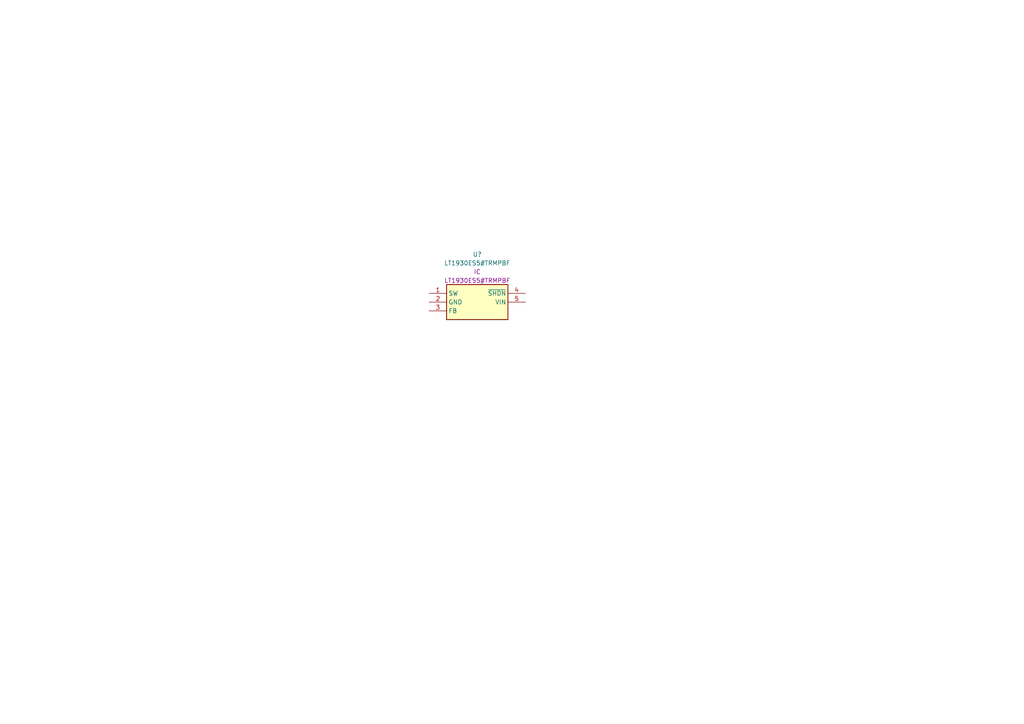
<source format=kicad_sch>
(kicad_sch (version 20211123) (generator eeschema)
  (paper "A4")
  (lib_symbols
    (symbol "LT1930ES5#TRMPBF:LT1930ES5#TRMPBF"
      (property "Value" "LT1930ES5#TRMPBF" (at 0 0 0))
      (property "Reference_1" "IC" (at 24.13 7.62 0))
      (property "Value_1" "LT1930ES5#TRMPBF" (at 24.13 5.08 0))
      (symbol "LT1930ES5#TRMPBF_1_1"
        (rectangle (start 5.08 2.54) (end 22.86 -7.62) (stroke (width 0.254)) (fill (type background)))
        (pin passive line (at 0 0 0) (length 5.08) (name "SW") (number "1"))
        (pin power_in line (at 0 -2.54 0) (length 5.08) (name "GND") (number "2"))
        (pin input line (at 0 -5.08 0) (length 5.08) (name "FB") (number "3"))
        (pin input line (at 27.94 0 180) (length 5.08) (name "~{SHDN}") (number "4"))
        (pin power_in line (at 27.94 -2.54 180) (length 5.08) (name "VIN") (number "5"))
      )
    )
  )
  (symbol (lib_id "LT1930ES5#TRMPBF:LT1930ES5#TRMPBF") (at 124.46 85.09 0) (unit 1)
    (property "Reference" "U?" (at 138.43 73.7764 0))
    (property "Value" "LT1930ES5#TRMPBF" (at 138.43 76.3133 0))
    (property "Footprint" "LT1930ES5#TRMPBF:SOT95P280X145-5N" (effects hide))
    (property "Reference_1" "IC" (at 138.43 78.8502 0))
    (property "Value_1" "LT1930ES5#TRMPBF" (at 138.43 81.3871 0))
    (property "Footprint_1" "SOT95P280X145-5N" (effects hide))
    (property "Datasheet_1" "https://datasheet.datasheetarchive.com/originals/distributors/SFDatasheet-4/sf-00091027.pdf" (effects hide))
    (property "Height" "1.45" (effects hide))
    (property "Manufacturer_Name" "Analog Devices" (effects hide))
    (property "Manufacturer_Part_Number" "LT1930ES5#TRMPBF" (effects hide))
    (property "Mouser Part Number" "584-LT1930ES5#TRMPBF" (effects hide))
    (property "Mouser Price/Stock" "https://www.mouser.co.uk/ProductDetail/Analog-Devices/LT1930ES5TRMPBF?qs=ytflclh7QUXsZW533VXHKw%3D%3D" (effects hide))
    (property "Arrow Part Number" "LT1930ES5#TRMPBF" (effects hide))
    (property "Arrow Price/Stock" "https://www.arrow.com/en/products/lt1930es5trmpbf/analog-devices?region=nac" (effects hide))
  )
)
</source>
